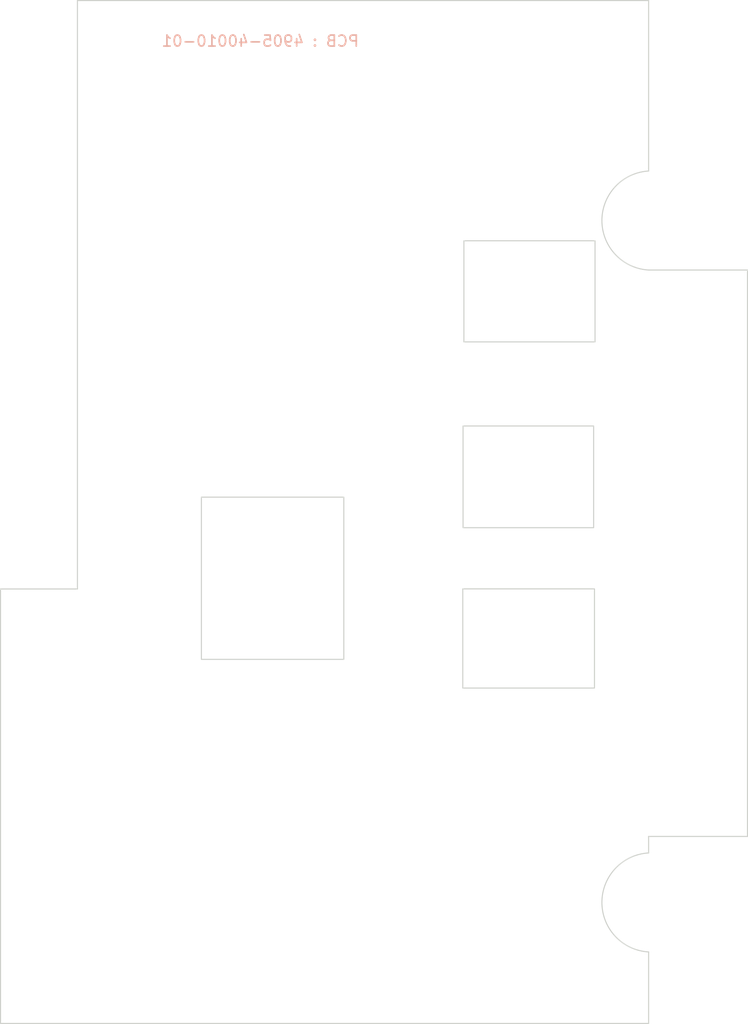
<source format=kicad_pcb>
(kicad_pcb (version 20221018) (generator pcbnew)
  (layers (0 "F.Cu" signal) (31 "B.Cu" signal) (34 "B.Paste" user) (35 "F.Paste" user) (36 "B.SilkS" user "B.Silkscreen") (37 "F.SilkS" user "F.Silkscreen") (38 "B.Mask" user) (39 "F.Mask" user) (44 "Edge.Cuts" user))
  (net 0 "")
  (footprint "MountingHole:MountingHole_3.2mm_M3" (layer "F.Cu") (at 53.7144 90.0918)
    (fp_text reference "H12" hide)
    (fp_text value "MountingHole" hide)
    (pad "" np_thru_hole circle (at 0 0) (size 2.6 2.6) (drill 2.6) (layers "F&B.Cu" "*.Mask"))
  )
  (footprint "MountingHole:MountingHole_3.2mm_M3" (layer "F.Cu") (at 48.1746 10.0032)
    (fp_text reference "H8" hide)
    (fp_text value "MountingHole" hide)
    (pad "" np_thru_hole circle (at 0.1804 -0.0992) (size 2.6 2.6) (drill 2.6) (layers "F&B.Cu" "*.Mask"))
  )
  (footprint "MountingHole:MountingHole_3.2mm_M3" (layer "F.Cu") (at 4.032 57.4782)
    (fp_text reference "H10" hide)
    (fp_text value "MountingHole" hide)
    (pad "" np_thru_hole circle (at 0 0) (size 2.6 2.6) (drill 2.6) (layers "F&B.Cu" "*.Mask"))
  )
  (gr_line (start 59 93) (end 0 93) (stroke (width 0.1)) (layer "Edge.Cuts"))
  (gr_rect (start 42.0812 53.4904) (end 54.07 62.5074) (stroke (width 0.1)) (fill none) (layer "Edge.Cuts"))
  (gr_rect (start 42.1828 21.842) (end 54.1208 31.0368) (stroke (width 0.1)) (fill none) (layer "Edge.Cuts"))
  (gr_line (start 59 0) (end 24 0) (stroke (width 0.1)) (layer "Edge.Cuts"))
  (gr_line (start 7 0) (end 24 0) (stroke (width 0.1)) (layer "Edge.Cuts"))
  (gr_line (start 59 24.5) (end 68 24.5) (stroke (width 0.1)) (layer "Edge.Cuts"))
  (gr_line (start 68 24.5) (end 68 76) (stroke (width 0.1)) (layer "Edge.Cuts"))
  (gr_rect (start 42.1066 38.6822) (end 53.9938 47.9278) (stroke (width 0.1)) (fill none) (layer "Edge.Cuts"))
  (gr_line (start 0 93) (end 0 53.5) (stroke (width 0.1)) (layer "Edge.Cuts"))
  (gr_rect (start 18.2846 45.15) (end 31.25 59.9) (stroke (width 0.1)) (fill none) (layer "Edge.Cuts"))
  (gr_line (start 59 86.5) (end 59 93) (stroke (width 0.1)) (layer "Edge.Cuts"))
  (gr_line (start 7 53.5) (end 7 0) (stroke (width 0.1)) (layer "Edge.Cuts"))
  (gr_line (start 0 53.5) (end 7 53.5) (stroke (width 0.1)) (layer "Edge.Cuts"))
  (gr_arc (start 59 24.5) (mid 54.74828 20) (end 59 15.5) (stroke (width 0.1)) (layer "Edge.Cuts"))
  (gr_arc (start 59 86.5) (mid 54.74828 82) (end 59 77.5) (stroke (width 0.1)) (layer "Edge.Cuts"))
  (gr_line (start 59 0) (end 59 15.5) (stroke (width 0.1)) (layer "Edge.Cuts"))
  (gr_line (start 59 76) (end 68 76) (stroke (width 0.1)) (layer "Edge.Cuts"))
  (gr_line (start 59 76) (end 59 77.5) (stroke (width 0.1)) (layer "Edge.Cuts"))
  (gr_text "PCB : 4905-40010-01" (at 23.6474 3.683) (layer "B.SilkS") (effects (font (size 1 1)) (justify mirror)))
)
</source>
